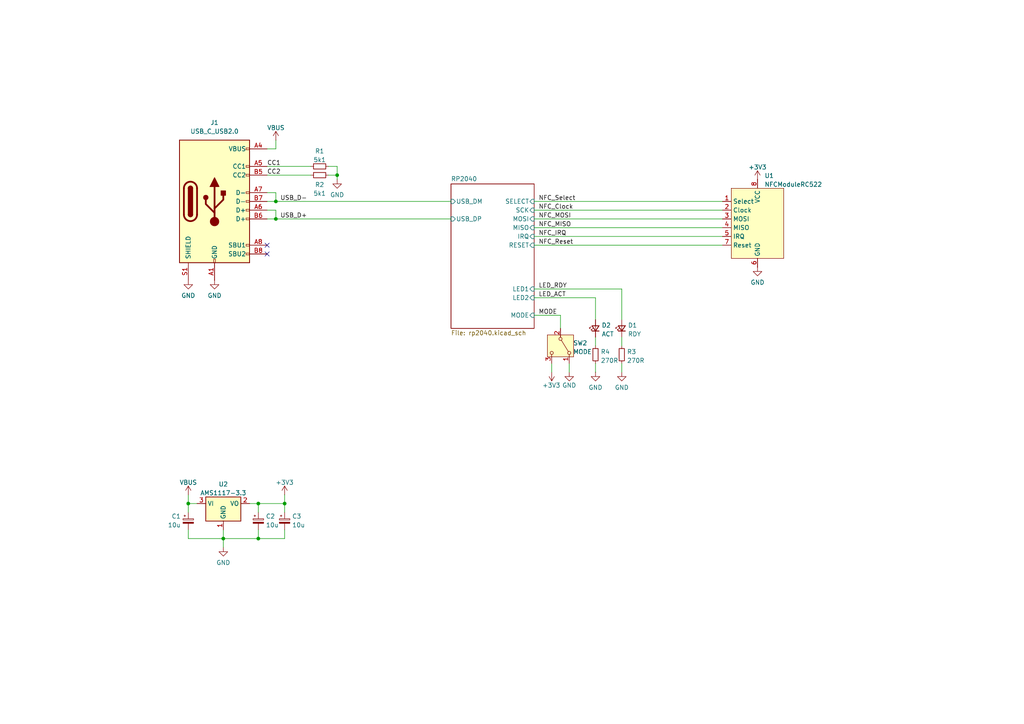
<source format=kicad_sch>
(kicad_sch (version 20231120) (generator "eeschema") (generator_version "8.0")
  (paper "A4")
  (title_block (title "Bloop NFC Scanner") (date "${DATE}") (rev "${VERSION}"))
  (lib_symbols
    (symbol "Connector:USB_C_Receptacle_USB2.0_16P" (pin_names (offset 1.016))
      (property "Reference" "J" (at 0 22.225 0))
      (property "Value" "USB_C_Receptacle_USB2.0_16P" (at 0 19.685 0))
      (symbol "USB_C_Receptacle_USB2.0_16P_0_0"
        (rectangle (start -0.254 -17.78) (end 0.254 -16.764))
        (rectangle (start 10.16 -14.986) (end 9.144 -15.494))
        (rectangle (start 10.16 -12.446) (end 9.144 -12.954))
        (rectangle (start 10.16 -4.826) (end 9.144 -5.334))
        (rectangle (start 10.16 -2.286) (end 9.144 -2.794))
        (rectangle (start 10.16 0.254) (end 9.144 -0.254))
        (rectangle (start 10.16 2.794) (end 9.144 2.286))
        (rectangle (start 10.16 7.874) (end 9.144 7.366))
        (rectangle (start 10.16 10.414) (end 9.144 9.906))
        (rectangle (start 10.16 15.494) (end 9.144 14.986))
      )
      (symbol "USB_C_Receptacle_USB2.0_16P_0_1"
        (rectangle (start -10.16 17.78) (end 10.16 -17.78) (stroke (width 0.254)) (fill (type background)))
        (arc (start -8.89 -3.81) (mid -6.985 -5.7067) (end -5.08 -3.81) (stroke (width 0.508)))
        (arc (start -7.62 -3.81) (mid -6.985 -4.4423) (end -6.35 -3.81) (stroke (width 0.254)))
        (arc (start -7.62 -3.81) (mid -6.985 -4.4423) (end -6.35 -3.81) (stroke (width 0.254)) (fill (type outline)))
        (rectangle (start -7.62 -3.81) (end -6.35 3.81) (stroke (width 0.254)) (fill (type outline)))
        (arc (start -6.35 3.81) (mid -6.985 4.4423) (end -7.62 3.81) (stroke (width 0.254)))
        (arc (start -6.35 3.81) (mid -6.985 4.4423) (end -7.62 3.81) (stroke (width 0.254)) (fill (type outline)))
        (arc (start -5.08 3.81) (mid -6.985 5.7067) (end -8.89 3.81) (stroke (width 0.508)))
        (circle (center -2.54 1.143) (radius 0.635) (stroke (width 0.254)) (fill (type outline)))
        (circle (center 0 -5.842) (radius 1.27) (fill (type outline)))
        (polyline (pts (xy -8.89 -3.81) (xy -8.89 3.81)) (stroke (width 0.508)))
        (polyline (pts (xy -5.08 3.81) (xy -5.08 -3.81)) (stroke (width 0.508)))
        (polyline (pts (xy 0 -5.842) (xy 0 4.318)) (stroke (width 0.508)))
        (polyline (pts (xy 0 -3.302) (xy -2.54 -0.762) (xy -2.54 0.508)) (stroke (width 0.508)))
        (polyline (pts (xy 0 -2.032) (xy 2.54 0.508) (xy 2.54 1.778)) (stroke (width 0.508)))
        (polyline (pts (xy -1.27 4.318) (xy 0 6.858) (xy 1.27 4.318) (xy -1.27 4.318)) (stroke (width 0.254)) (fill (type outline)))
        (rectangle (start 1.905 1.778) (end 3.175 3.048) (stroke (width 0.254)) (fill (type outline)))
      )
      (symbol "USB_C_Receptacle_USB2.0_16P_1_1"
        (pin passive line (at 0 -22.86 90) (length 5.08) (name "GND") (number "A1"))
        (pin passive line (at 0 -22.86 90) (length 5.08) hide (name "GND") (number "A12"))
        (pin passive line (at 15.24 15.24 180) (length 5.08) (name "VBUS") (number "A4"))
        (pin bidirectional line (at 15.24 10.16 180) (length 5.08) (name "CC1") (number "A5"))
        (pin bidirectional line (at 15.24 -2.54 180) (length 5.08) (name "D+") (number "A6"))
        (pin bidirectional line (at 15.24 2.54 180) (length 5.08) (name "D-") (number "A7"))
        (pin bidirectional line (at 15.24 -12.7 180) (length 5.08) (name "SBU1") (number "A8"))
        (pin passive line (at 15.24 15.24 180) (length 5.08) hide (name "VBUS") (number "A9"))
        (pin passive line (at 0 -22.86 90) (length 5.08) hide (name "GND") (number "B1"))
        (pin passive line (at 0 -22.86 90) (length 5.08) hide (name "GND") (number "B12"))
        (pin passive line (at 15.24 15.24 180) (length 5.08) hide (name "VBUS") (number "B4"))
        (pin bidirectional line (at 15.24 7.62 180) (length 5.08) (name "CC2") (number "B5"))
        (pin bidirectional line (at 15.24 -5.08 180) (length 5.08) (name "D+") (number "B6"))
        (pin bidirectional line (at 15.24 0 180) (length 5.08) (name "D-") (number "B7"))
        (pin bidirectional line (at 15.24 -15.24 180) (length 5.08) (name "SBU2") (number "B8"))
        (pin passive line (at 15.24 15.24 180) (length 5.08) hide (name "VBUS") (number "B9"))
        (pin passive line (at -7.62 -22.86 90) (length 5.08) (name "SHIELD") (number "S1"))
      )
    )
    (symbol "Device:C_Polarized_Small" (pin_numbers hide) (pin_names (offset 0.254) hide)
      (property "Reference" "C" (at 0.254 1.778 0))
      (property "Value" "C_Polarized_Small" (at 0.254 -2.032 0))
      (symbol "C_Polarized_Small_0_1"
        (rectangle (start -1.524 -0.3048) (end 1.524 -0.6858) (fill (type outline)))
        (rectangle (start -1.524 0.6858) (end 1.524 0.3048))
        (polyline (pts (xy -1.27 1.524) (xy -0.762 1.524)))
        (polyline (pts (xy -1.016 1.27) (xy -1.016 1.778)))
      )
      (symbol "C_Polarized_Small_1_1"
        (pin passive line (at 0 2.54 270) (length 1.8542) (name "~") (number "1"))
        (pin passive line (at 0 -2.54 90) (length 1.8542) (name "~") (number "2"))
      )
    )
    (symbol "Device:LED_Small" (pin_numbers hide) (pin_names (offset 0.254) hide)
      (property "Reference" "D" (at -1.27 3.175 0))
      (property "Value" "LED_Small" (at -4.445 -2.54 0))
      (symbol "LED_Small_0_1"
        (polyline (pts (xy -0.762 -1.016) (xy -0.762 1.016)) (stroke (width 0.254)))
        (polyline (pts (xy 1.016 0) (xy -0.762 0)))
        (polyline (pts (xy 0.762 -1.016) (xy -0.762 0) (xy 0.762 1.016) (xy 0.762 -1.016)) (stroke (width 0.254)))
        (polyline (pts (xy 0 0.762) (xy -0.508 1.27) (xy -0.254 1.27) (xy -0.508 1.27) (xy -0.508 1.016)))
        (polyline (pts (xy 0.508 1.27) (xy 0 1.778) (xy 0.254 1.778) (xy 0 1.778) (xy 0 1.524)))
      )
      (symbol "LED_Small_1_1"
        (pin passive line (at -2.54 0 0) (length 1.778) (name "K") (number "1"))
        (pin passive line (at 2.54 0 180) (length 1.778) (name "A") (number "2"))
      )
    )
    (symbol "Device:R_Small" (pin_numbers hide) (pin_names (offset 0.254) hide)
      (property "Reference" "R" (at 0.762 0.508 0))
      (property "Value" "R_Small" (at 0.762 -1.016 0))
      (symbol "R_Small_0_1"
        (rectangle (start -0.762 1.778) (end 0.762 -1.778) (stroke (width 0.2032)))
      )
      (symbol "R_Small_1_1"
        (pin passive line (at 0 2.54 270) (length 0.762) (name "~") (number "1"))
        (pin passive line (at 0 -2.54 90) (length 0.762) (name "~") (number "2"))
      )
    )
    (symbol "My_Symbols:NFCModuleRC522"
      (property "Reference" "U" (at 0 0 0))
      (property "Value" "NFCModuleRC522" (at 0 0 0))
      (symbol "NFCModuleRC522_0_1"
        (rectangle (start -7.62 -5.08) (end 7.62 -25.4) (stroke (width 0.1524)) (fill (type background)))
      )
      (symbol "NFCModuleRC522_1_1"
        (pin input line (at -10.16 -8.89 0) (length 2.54) (name "Select") (number "1"))
        (pin input line (at -10.16 -11.43 0) (length 2.54) (name "Clock") (number "2"))
        (pin input line (at -10.16 -13.97 0) (length 2.54) (name "MOSI") (number "3"))
        (pin input line (at -10.16 -16.51 0) (length 2.54) (name "MISO") (number "4"))
        (pin output line (at -10.16 -19.05 0) (length 2.54) (name "IRQ") (number "5"))
        (pin power_in line (at 0 -27.94 90) (length 2.54) (name "GND") (number "6"))
        (pin input line (at -10.16 -21.59 0) (length 2.54) (name "Reset") (number "7"))
        (pin power_in line (at 0 -2.54 270) (length 2.54) (name "VCC") (number "8"))
      )
    )
    (symbol "Regulator_Linear:AMS1117-3.3"
      (property "Reference" "U" (at -3.81 3.175 0))
      (property "Value" "AMS1117-3.3" (at 0 3.175 0))
      (symbol "AMS1117-3.3_0_1"
        (rectangle (start -5.08 -5.08) (end 5.08 1.905) (stroke (width 0.254)) (fill (type background)))
      )
      (symbol "AMS1117-3.3_1_1"
        (pin power_in line (at 0 -7.62 90) (length 2.54) (name "GND") (number "1"))
        (pin power_out line (at 7.62 0 180) (length 2.54) (name "VO") (number "2"))
        (pin power_in line (at -7.62 0 0) (length 2.54) (name "VI") (number "3"))
      )
    )
    (symbol "Switch:SW_SPDT" (pin_names (offset 0) hide)
      (property "Reference" "SW" (at 0 5.08 0))
      (property "Value" "SW_SPDT" (at 0 -5.08 0))
      (symbol "SW_SPDT_0_1"
        (circle (center -2.032 0) (radius 0.4572))
        (polyline (pts (xy -1.651 0.254) (xy 1.651 2.286)))
        (circle (center 2.032 -2.54) (radius 0.4572))
        (circle (center 2.032 2.54) (radius 0.4572))
      )
      (symbol "SW_SPDT_1_1"
        (rectangle (start -3.175 3.81) (end 3.175 -3.81) (fill (type background)))
        (pin passive line (at 5.08 2.54 180) (length 2.54) (name "A") (number "1"))
        (pin passive line (at -5.08 0 0) (length 2.54) (name "B") (number "2"))
        (pin passive line (at 5.08 -2.54 180) (length 2.54) (name "C") (number "3"))
      )
    )
    (symbol "power:+3V3" (power) (pin_numbers hide) (pin_names (offset 0) hide)
      (property "Value" "+3V3" (at 0 3.556 0))
      (symbol "+3V3_0_1"
        (polyline (pts (xy -0.762 1.27) (xy 0 2.54)))
        (polyline (pts (xy 0 0) (xy 0 2.54)))
        (polyline (pts (xy 0 2.54) (xy 0.762 1.27)))
      )
      (symbol "+3V3_1_1"
        (pin power_in line (at 0 0 90) (length 0) (name "~") (number "1"))
      )
    )
    (symbol "power:GND" (power) (pin_numbers hide) (pin_names (offset 0) hide)
      (property "Value" "GND" (at 0 -3.81 0))
      (symbol "GND_0_1"
        (polyline (pts (xy 0 0) (xy 0 -1.27) (xy 1.27 -1.27) (xy 0 -2.54) (xy -1.27 -1.27) (xy 0 -1.27)))
      )
      (symbol "GND_1_1"
        (pin power_in line (at 0 0 270) (length 0) (name "~") (number "1"))
      )
    )
    (symbol "power:PWR_FLAG" (power) (pin_numbers hide) (pin_names (offset 0) hide)
      (property "Value" "PWR_FLAG" (at 0 3.81 0))
      (symbol "PWR_FLAG_0_0"
        (pin power_out line (at 0 0 90) (length 0) (name "~") (number "1"))
      )
      (symbol "PWR_FLAG_0_1"
        (polyline (pts (xy 0 0) (xy 0 1.27) (xy -1.016 1.905) (xy 0 2.54) (xy 1.016 1.905) (xy 0 1.27)))
      )
    )
    (symbol "power:VBUS" (power) (pin_numbers hide) (pin_names (offset 0) hide)
      (property "Value" "VBUS" (at 0 3.556 0))
      (symbol "VBUS_0_1"
        (polyline (pts (xy -0.762 1.27) (xy 0 2.54)))
        (polyline (pts (xy 0 0) (xy 0 2.54)))
        (polyline (pts (xy 0 2.54) (xy 0.762 1.27)))
      )
      (symbol "VBUS_1_1"
        (pin power_in line (at 0 0 90) (length 0) (name "~") (number "1"))
      )
    )
  )
  (junction (at 82.55 146.05))
  (junction (at 54.61 146.05))
  (junction (at 97.79 50.8))
  (junction (at 80.01 63.5))
  (junction (at 64.77 156.21))
  (junction (at 74.93 156.21))
  (junction (at 80.01 58.42))
  (junction (at 74.93 146.05))
  (no_connect (at 77.47 71.12))
  (no_connect (at 77.47 73.66))
  (wire (pts (xy 64.77 156.21) (xy 64.77 158.75)))
  (wire (pts (xy 54.61 146.05) (xy 54.61 148.59)))
  (wire (pts (xy 162.56 91.44) (xy 154.94 91.44)))
  (wire (pts (xy 74.93 148.59) (xy 74.93 146.05)))
  (wire (pts (xy 57.15 146.05) (xy 54.61 146.05)))
  (wire (pts (xy 180.34 83.82) (xy 180.34 92.71)))
  (wire (pts (xy 97.79 50.8) (xy 95.25 50.8)))
  (wire (pts (xy 82.55 143.51) (xy 82.55 146.05)))
  (wire (pts (xy 80.01 58.42) (xy 130.81 58.42)))
  (wire (pts (xy 54.61 156.21) (xy 64.77 156.21)))
  (wire (pts (xy 64.77 156.21) (xy 74.93 156.21)))
  (wire (pts (xy 74.93 156.21) (xy 82.55 156.21)))
  (wire (pts (xy 97.79 48.26) (xy 97.79 50.8)))
  (wire (pts (xy 154.94 86.36) (xy 172.72 86.36)))
  (wire (pts (xy 172.72 97.79) (xy 172.72 100.33)))
  (wire (pts (xy 154.94 63.5) (xy 209.55 63.5)))
  (wire (pts (xy 162.56 95.25) (xy 162.56 91.44)))
  (wire (pts (xy 80.01 58.42) (xy 77.47 58.42)))
  (wire (pts (xy 154.94 60.96) (xy 209.55 60.96)))
  (wire (pts (xy 74.93 153.67) (xy 74.93 156.21)))
  (wire (pts (xy 97.79 52.07) (xy 97.79 50.8)))
  (wire (pts (xy 154.94 68.58) (xy 209.55 68.58)))
  (wire (pts (xy 172.72 105.41) (xy 172.72 107.95)))
  (wire (pts (xy 77.47 50.8) (xy 90.17 50.8)))
  (wire (pts (xy 180.34 107.95) (xy 180.34 105.41)))
  (wire (pts (xy 95.25 48.26) (xy 97.79 48.26)))
  (wire (pts (xy 74.93 146.05) (xy 72.39 146.05)))
  (wire (pts (xy 180.34 97.79) (xy 180.34 100.33)))
  (wire (pts (xy 77.47 60.96) (xy 80.01 60.96)))
  (wire (pts (xy 80.01 60.96) (xy 80.01 63.5)))
  (wire (pts (xy 80.01 63.5) (xy 130.81 63.5)))
  (wire (pts (xy 90.17 48.26) (xy 77.47 48.26)))
  (wire (pts (xy 80.01 40.64) (xy 80.01 43.18)))
  (wire (pts (xy 172.72 86.36) (xy 172.72 92.71)))
  (wire (pts (xy 154.94 71.12) (xy 209.55 71.12)))
  (wire (pts (xy 80.01 43.18) (xy 77.47 43.18)))
  (wire (pts (xy 154.94 83.82) (xy 180.34 83.82)))
  (wire (pts (xy 82.55 146.05) (xy 74.93 146.05)))
  (wire (pts (xy 80.01 55.88) (xy 80.01 58.42)))
  (wire (pts (xy 154.94 58.42) (xy 209.55 58.42)))
  (wire (pts (xy 54.61 143.51) (xy 54.61 146.05)))
  (wire (pts (xy 54.61 153.67) (xy 54.61 156.21)))
  (wire (pts (xy 80.01 63.5) (xy 77.47 63.5)))
  (wire (pts (xy 165.1 105.41) (xy 165.1 107.95)))
  (wire (pts (xy 77.47 55.88) (xy 80.01 55.88)))
  (wire (pts (xy 82.55 148.59) (xy 82.55 146.05)))
  (wire (pts (xy 160.02 105.41) (xy 160.02 107.95)))
  (wire (pts (xy 154.94 66.04) (xy 209.55 66.04)))
  (wire (pts (xy 82.55 156.21) (xy 82.55 153.67)))
  (wire (pts (xy 64.77 153.67) (xy 64.77 156.21)))
  (label "LED_ACT" (at 156.21 86.36 0))
  (label "USB_D+" (at 81.28 63.5 0))
  (label "NFC_MISO" (at 156.21 66.04 0))
  (label "NFC_Clock" (at 156.21 60.96 0))
  (label "CC1" (at 77.47 48.26 0))
  (label "CC2" (at 77.47 50.8 0))
  (label "NFC_Select" (at 156.21 58.42 0))
  (label "NFC_IRQ" (at 156.21 68.58 0))
  (label "USB_D-" (at 81.28 58.42 0))
  (label "NFC_MOSI" (at 156.21 63.5 0))
  (label "NFC_Reset" (at 156.21 71.12 0))
  (label "MODE" (at 156.21 91.44 0))
  (label "LED_RDY" (at 156.21 83.82 0))
  (symbol (lib_id "Device:LED_Small") (at 172.72 95.25 90) (unit 1)
    (property "Reference" "D2" (at 174.498 94.3518 90) (effects (justify right)))
    (property "Value" "ACT" (at 174.498 96.8887 90) (effects (justify right)))
    (property "Footprint" "LED_SMD:LED_0603_1608Metric" (effects (hide yes)))
    (property "LCSC" "C72043" (effects (hide yes)))
  )
  (symbol (lib_id "power:GND") (at 172.72 107.95 0) (unit 1)
    (property "Reference" "#PWR0107" (effects (hide yes)))
    (property "Value" "GND" (at 172.72 112.3934 0))
    (property "Description" "Power symbol creates a global label with name \"GND\" , ground" (effects (hide yes)))
  )
  (symbol (lib_id "power:VBUS") (at -39.37 182.88 180) (unit 1)
    (property "Reference" "#PWR0105" (effects (hide yes)))
    (property "Value" "VBUS" (at -41.91 186.69 0) (effects (justify right)))
    (property "Description" "Power symbol creates a global label with name \"VBUS\"" (effects (hide yes)))
  )
  (symbol (lib_id "power:GND") (at 97.79 52.07 0) (unit 1)
    (property "Reference" "#PWR02" (effects (hide yes)))
    (property "Value" "GND" (at 97.79 56.5134 0))
    (property "Description" "Power symbol creates a global label with name \"GND\" , ground" (effects (hide yes)))
  )
  (symbol (lib_id "power:GND") (at 54.61 81.28 0) (unit 1)
    (property "Reference" "#PWR05" (effects (hide yes)))
    (property "Value" "GND" (at 54.61 85.7234 0))
    (property "Description" "Power symbol creates a global label with name \"GND\" , ground" (effects (hide yes)))
  )
  (symbol (lib_id "power:GND") (at 64.77 158.75 0) (unit 1)
    (property "Reference" "#PWR011" (effects (hide yes)))
    (property "Value" "GND" (at 64.77 163.1934 0))
    (property "Description" "Power symbol creates a global label with name \"GND\" , ground" (effects (hide yes)))
  )
  (symbol (lib_id "Device:C_Polarized_Small") (at 82.55 151.13 0) (unit 1)
    (property "Reference" "C3" (at 84.709 149.7492 0) (effects (justify left)))
    (property "Value" "10u" (at 84.709 152.2861 0) (effects (justify left)))
    (property "Footprint" "Capacitor_Tantalum_SMD:CP_EIA-3216-18_Kemet-A" (effects (hide yes)))
    (property "LCSC" "C7171" (effects (hide yes)))
  )
  (symbol (lib_id "power:+3V3") (at 160.02 107.95 180) (unit 1)
    (property "Reference" "#PWR0132" (effects (hide yes)))
    (property "Value" "+3V3" (at 162.56 111.76 0) (effects (justify left)))
    (property "Description" "Power symbol creates a global label with name \"+3V3\"" (effects (hide yes)))
  )
  (symbol (lib_id "power:VBUS") (at 54.61 143.51 0) (unit 1)
    (property "Reference" "#PWR09" (effects (hide yes)))
    (property "Value" "VBUS" (at 54.61 139.9342 0))
    (property "Description" "Power symbol creates a global label with name \"VBUS\"" (effects (hide yes)))
  )
  (symbol (lib_id "power:PWR_FLAG") (at -29.21 182.88 0) (unit 1)
    (property "Reference" "#FLG0102" (effects (hide yes)))
    (property "Value" "PWR_FLAG" (at -29.21 179.3042 0))
    (property "Description" "Special symbol for telling ERC where power comes from" (effects (hide yes)))
  )
  (symbol (lib_id "Device:R_Small") (at 172.72 102.87 0) (unit 1)
    (property "Reference" "R4" (at 174.2186 102.0353 0) (effects (justify left)))
    (property "Value" "270R" (at 174.2186 104.5722 0) (effects (justify left)))
    (property "Footprint" "Resistor_SMD:R_0603_1608Metric" (effects (hide yes)))
    (property "LCSC" "C22966" (effects (hide yes)))
  )
  (symbol (lib_id "Device:LED_Small") (at 180.34 95.25 90) (unit 1)
    (property "Reference" "D1" (at 182.118 94.3518 90) (effects (justify right)))
    (property "Value" "RDY" (at 182.118 96.8887 90) (effects (justify right)))
    (property "Footprint" "LED_SMD:LED_0603_1608Metric" (effects (hide yes)))
    (property "LCSC" "C72038" (effects (hide yes)))
  )
  (symbol (lib_id "power:PWR_FLAG") (at -39.37 182.88 0) (unit 1)
    (property "Reference" "#FLG0101" (effects (hide yes)))
    (property "Value" "PWR_FLAG" (at -39.37 179.3042 0))
    (property "Description" "Special symbol for telling ERC where power comes from" (effects (hide yes)))
  )
  (symbol (lib_id "My_Symbols:NFCModuleRC522") (at 219.71 49.53 0) (unit 1)
    (property "Reference" "U1" (at 221.7294 50.961 0) (effects (justify left)))
    (property "Value" "NFCModuleRC522" (at 221.7294 53.4979 0) (effects (justify left)))
    (property "Footprint" "Connector_PinSocket_2.54mm:PinSocket_1x08_P2.54mm_Vertical" (effects (hide yes)))
  )
  (symbol (lib_id "Device:R_Small") (at 180.34 102.87 0) (unit 1)
    (property "Reference" "R3" (at 181.8386 102.0353 0) (effects (justify left)))
    (property "Value" "270R" (at 181.8386 104.5722 0) (effects (justify left)))
    (property "Footprint" "Resistor_SMD:R_0603_1608Metric" (effects (hide yes)))
    (property "LCSC" "C22966" (effects (hide yes)))
  )
  (symbol (lib_id "power:GND") (at 219.71 77.47 0) (unit 1)
    (property "Reference" "#PWR04" (effects (hide yes)))
    (property "Value" "GND" (at 219.71 81.9134 0))
    (property "Description" "Power symbol creates a global label with name \"GND\" , ground" (effects (hide yes)))
  )
  (symbol (lib_id "power:VBUS") (at 80.01 40.64 0) (unit 1)
    (property "Reference" "#PWR01" (effects (hide yes)))
    (property "Value" "VBUS" (at 80.01 37.0642 0))
    (property "Description" "Power symbol creates a global label with name \"VBUS\"" (effects (hide yes)))
  )
  (symbol (lib_id "Switch:SW_SPDT") (at 162.56 100.33 270) (unit 1)
    (property "Reference" "SW2" (at 166.243 99.4953 90) (effects (justify left)))
    (property "Value" "MODE" (at 166.243 102.0322 90) (effects (justify left)))
    (property "Footprint" "Button_Switch_SMD:SW_SPDT_PCM12" (effects (hide yes)))
    (property "Description" "Switch, single pole double throw" (effects (hide yes)))
    (property "LCSC" "C431541" (effects (hide yes)))
  )
  (symbol (lib_id "power:GND") (at 165.1 107.95 0) (unit 1)
    (property "Reference" "#PWR0133" (effects (hide yes)))
    (property "Value" "GND" (at 165.1 111.76 0))
    (property "Description" "Power symbol creates a global label with name \"GND\" , ground" (effects (hide yes)))
  )
  (symbol (lib_id "Regulator_Linear:AMS1117-3.3") (at 64.77 146.05 0) (unit 1)
    (property "Reference" "U2" (at 64.77 140.4452 0))
    (property "Value" "AMS1117-3.3" (at 64.77 142.9821 0))
    (property "Footprint" "Package_TO_SOT_SMD:SOT-223-3_TabPin2" (effects (hide yes)))
    (property "Datasheet" "http://www.advanced-monolithic.com/pdf/ds1117.pdf" (effects (hide yes)))
    (property "LCSC" "C6186" (effects (hide yes)))
  )
  (symbol (lib_id "Device:R_Small") (at 92.71 48.26 90) (unit 1)
    (property "Reference" "R1" (at 92.71 43.8236 90))
    (property "Value" "5k1" (at 92.71 46.3605 90))
    (property "Footprint" "Resistor_SMD:R_0402_1005Metric" (effects (hide yes)))
    (property "LCSC" "C25905" (effects (hide yes)))
  )
  (symbol (lib_id "Connector:USB_C_Receptacle_USB2.0_16P") (at 62.23 58.42 0) (unit 1)
    (property "Reference" "J1" (at 62.23 35.56 0))
    (property "Value" "USB_C_USB2.0" (at 62.23 38.1 0))
    (property "Footprint" "Connector_USB:USB_C_Receptacle_HRO_TYPE-C-31-M-12" (effects (hide yes)))
    (property "Datasheet" "https://www.usb.org/sites/default/files/documents/usb_type-c.zip" (effects (hide yes)))
    (property "Description" "USB 2.0-only 16P Type-C Receptacle connector" (effects (hide yes)))
    (property "LCSC" "C2894897" (effects (hide yes)))
  )
  (symbol (lib_id "Device:C_Polarized_Small") (at 54.61 151.13 0) (unit 1)
    (property "Reference" "C1" (at 52.4511 149.7492 0) (effects (justify right)))
    (property "Value" "10u" (at 52.4511 152.2861 0) (effects (justify right)))
    (property "Footprint" "Capacitor_Tantalum_SMD:CP_EIA-3216-18_Kemet-A" (effects (hide yes)))
    (property "LCSC" "C7171" (effects (hide yes)))
  )
  (symbol (lib_id "power:GND") (at 62.23 81.28 0) (unit 1)
    (property "Reference" "#PWR06" (effects (hide yes)))
    (property "Value" "GND" (at 62.23 85.7234 0))
    (property "Description" "Power symbol creates a global label with name \"GND\" , ground" (effects (hide yes)))
  )
  (symbol (lib_id "Device:R_Small") (at 92.71 50.8 90) (unit 1)
    (property "Reference" "R2" (at 92.71 53.567 90))
    (property "Value" "5k1" (at 92.71 56.1039 90))
    (property "Footprint" "Resistor_SMD:R_0402_1005Metric" (effects (hide yes)))
    (property "LCSC" "C25905" (effects (hide yes)))
  )
  (symbol (lib_id "power:+3V3") (at 82.55 143.51 0) (unit 1)
    (property "Reference" "#PWR010" (effects (hide yes)))
    (property "Value" "+3V3" (at 82.55 139.9342 0))
    (property "Description" "Power symbol creates a global label with name \"+3V3\"" (effects (hide yes)))
  )
  (symbol (lib_id "Device:C_Polarized_Small") (at 74.93 151.13 0) (unit 1)
    (property "Reference" "C2" (at 77.089 149.7492 0) (effects (justify left)))
    (property "Value" "10u" (at 77.089 152.2861 0) (effects (justify left)))
    (property "Footprint" "Capacitor_Tantalum_SMD:CP_EIA-3216-18_Kemet-A" (effects (hide yes)))
    (property "LCSC" "C7171" (effects (hide yes)))
  )
  (symbol (lib_id "power:GND") (at -29.21 182.88 0) (unit 1)
    (property "Reference" "#PWR0104" (effects (hide yes)))
    (property "Value" "GND" (at -29.21 186.69 0))
    (property "Description" "Power symbol creates a global label with name \"GND\" , ground" (effects (hide yes)))
  )
  (symbol (lib_id "power:GND") (at 180.34 107.95 0) (unit 1)
    (property "Reference" "#PWR0131" (effects (hide yes)))
    (property "Value" "GND" (at 180.34 112.3934 0))
    (property "Description" "Power symbol creates a global label with name \"GND\" , ground" (effects (hide yes)))
  )
  (symbol (lib_id "power:+3V3") (at 219.71 52.07 0) (unit 1)
    (property "Reference" "#PWR03" (effects (hide yes)))
    (property "Value" "+3V3" (at 219.71 48.4942 0))
    (property "Description" "Power symbol creates a global label with name \"+3V3\"" (effects (hide yes)))
  )
  (sheet (at 130.81 53.34) (size 24.13 41.91) (stroke (width 0.1524))
    (property "Sheetname" "RP2040" (at 130.81 52.6284 0) (effects (justify left bottom)))
    (property "Sheetfile" "rp2040.kicad_sch" (at 130.81 95.8346 0) (effects (justify left top)))
    (pin "USB_DP" input (at 130.81 63.5 180))
    (pin "USB_DM" input (at 130.81 58.42 180))
    (pin "LED2" input (at 154.94 86.36 0))
    (pin "LED1" input (at 154.94 83.82 0))
    (pin "MISO" input (at 154.94 66.04 0))
    (pin "SCK" input (at 154.94 60.96 0))
    (pin "MOSI" input (at 154.94 63.5 0))
    (pin "RESET" input (at 154.94 71.12 0))
    (pin "SELECT" input (at 154.94 58.42 0))
    (pin "IRQ" input (at 154.94 68.58 0))
    (pin "MODE" input (at 154.94 91.44 0))
  )
)
</source>
